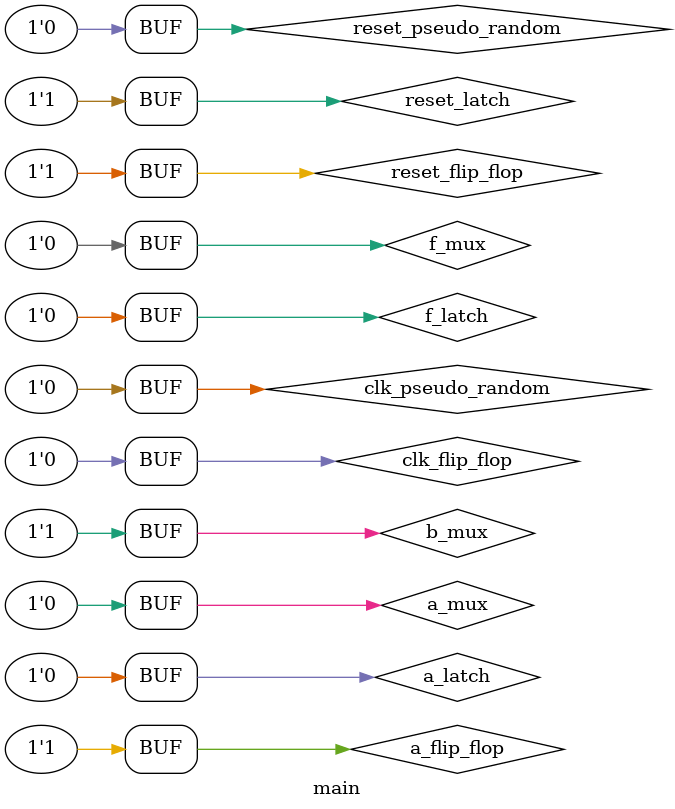
<source format=v>
module mux(output out, input a,input b, input f);
wire c1,c2;

and (c1, a, f),
    (c2, b, ~f);
or  (out, c1, c2);
endmodule



module latch(output out, output out2, input a, input f, input reset);
wire c0,c1,c2;
and  (c1,a,~reset);
or  (c0,f,reset);
mux g1(out, c1, c2, c0);
not (out2, out),
    (c2, out2);
endmodule

module flip_flop(output out, input a, input f, input reset);
wire c1,c2,c3,c4;

not     (c1,f),
        (out,c3);
latch   g1(, c2, a, c1, 1'b0),
        g2(c3, out, c2, f, reset);
endmodule




module pseudo_random(output [0:2] Q, input clk, input reset);
wire c1;
flip_flop   g1(Q[0], c1, clk, reset),
            g2(Q[1], Q[0], clk, reset),
            g3(Q[2], Q[1], clk, reset);
xor         (c1, Q[2], Q[0]);

endmodule



module main;

reg f_mux,a_mux,b_mux;
wire out_mux;
mux test_mux(out_mux, a_mux, b_mux, f_mux);

reg f_latch, a_latch, reset_latch;
wire out_latch, out_latch_n;
latch test_latch(out_latch, out_latch_n, a_latch, f_latch, reset_latch);

reg clk_flip_flop, a_flip_flop, reset_flip_flop;
wire out_flip_flop;
flip_flop test_flip_flop(out_flip_flop, a_flip_flop, clk_flip_flop, reset_flip_flop);


reg clk_pseudo_random, reset_pseudo_random;
wire [0:2] out_pseudo_random;
pseudo_random test_pseudo_random(out_pseudo_random, clk_pseudo_random, reset_pseudo_random);


initial
begin
    $dumpfile("test_pseudo_random.vcd");
    $dumpvars(0,main);
    
    $display("\ntest mux\n");
    f_mux = 0;
    a_mux = 0;
    b_mux = 0;

    #10 a_mux = 1;
    #10 f_mux = 1;
    #10 b_mux = 1;
    #10 a_mux = 0;
    #10 f_mux = 0;


    $display("\ntest latch\n");
    f_latch = 0;
    a_latch = 0;
    reset_latch = 0;

    #10 a_latch = 1;
    #10 f_latch = 1;
    #10 f_latch = 0;
    #10 a_latch = 0;
    #10 f_latch = 1;
    #10 f_latch = 0;
    #10 reset_latch = 1;


    #10 $display("\ntest flip_flop\n");
    clk_flip_flop = 0;
    a_flip_flop = 0;
    reset_flip_flop = 0;

    #10 clk_flip_flop = 1;
    #10 clk_flip_flop = 0;
    #10 a_flip_flop = 1;

    #10 clk_flip_flop = 1;
    #10 a_flip_flop = 0;

    #10 clk_flip_flop = 0;
    #10 a_flip_flop = 0;

    #10 clk_flip_flop = 1;
    #10 a_flip_flop = 1;
    #10 clk_flip_flop = 0;

    #10 reset_flip_flop = 1;
    

    $display("\ntest pseudo_random\n");
    
    clk_pseudo_random = 0;
    reset_pseudo_random = 0;

    #10 reset_pseudo_random = 1;
    #10 reset_pseudo_random = 0;

    #10 clk_pseudo_random = 1;
    #10 clk_pseudo_random = 0;

    #10 clk_pseudo_random = 1;
    #10 clk_pseudo_random = 0;

    #10 clk_pseudo_random = 1;
    #10 clk_pseudo_random = 0;

    #10 clk_pseudo_random = 1;
    #10 clk_pseudo_random = 0;

    #10 clk_pseudo_random = 1;
    #10 clk_pseudo_random = 0;

    #10 clk_pseudo_random = 1;
    #10 clk_pseudo_random = 0;

    #10 clk_pseudo_random = 1;
    #10 clk_pseudo_random = 0;

    #10 clk_pseudo_random = 1;
    #10 clk_pseudo_random = 0;

    #10 clk_pseudo_random = 1;
    #10 clk_pseudo_random = 0;

    #10 clk_pseudo_random = 1;
    #10 clk_pseudo_random = 0;

    #10 clk_pseudo_random = 1;
    #10 clk_pseudo_random = 0;

    #10 clk_pseudo_random = 1;
    #10 clk_pseudo_random = 0;

    #10 reset_pseudo_random = 1;
    #10 reset_pseudo_random = 0;





end


always @(a_mux or b_mux or f_mux) begin
    $display("a_mux = %b   b_mux = %b   f_mux = %b   out_mux = %b", a_mux, b_mux, f_mux, out_mux);   
end

always @(a_latch or f_latch or reset_latch) begin
    $display("a_latch = %b   f_latch = %b   out_latch = %b   out_latch_n = %b   reset_latch = %b", a_latch, f_latch, out_latch, out_latch_n, reset_latch);   
end


always@( clk_flip_flop) begin
    #5 $display("<   clk>  clk_flip_flop = %b   a_flip_flop = %b   out_flip_flop = %b   reset_flip_flop = %b", clk_flip_flop, a_flip_flop, out_flip_flop, reset_flip_flop);   
end



always@(a_flip_flop) begin
    #5 $display("<change>  clk_flip_flop = %b   a_flip_flop = %b   out_flip_flop = %b   reset_flip_flop = %b", clk_flip_flop, a_flip_flop, out_flip_flop, reset_flip_flop);   
end





always@(posedge clk_pseudo_random) begin
    $display("<posedge>  clk_pseudo_random = %b   out_pseudo_random = %b   reset_pseudo_random = %b", clk_pseudo_random, out_pseudo_random, reset_pseudo_random);   
end

always@(negedge reset_pseudo_random) begin
    $display("<reset>  clk_pseudo_random = %b   out_pseudo_random = %b   reset_pseudo_random = %b", clk_pseudo_random, out_pseudo_random, reset_pseudo_random);   
end

endmodule

</source>
